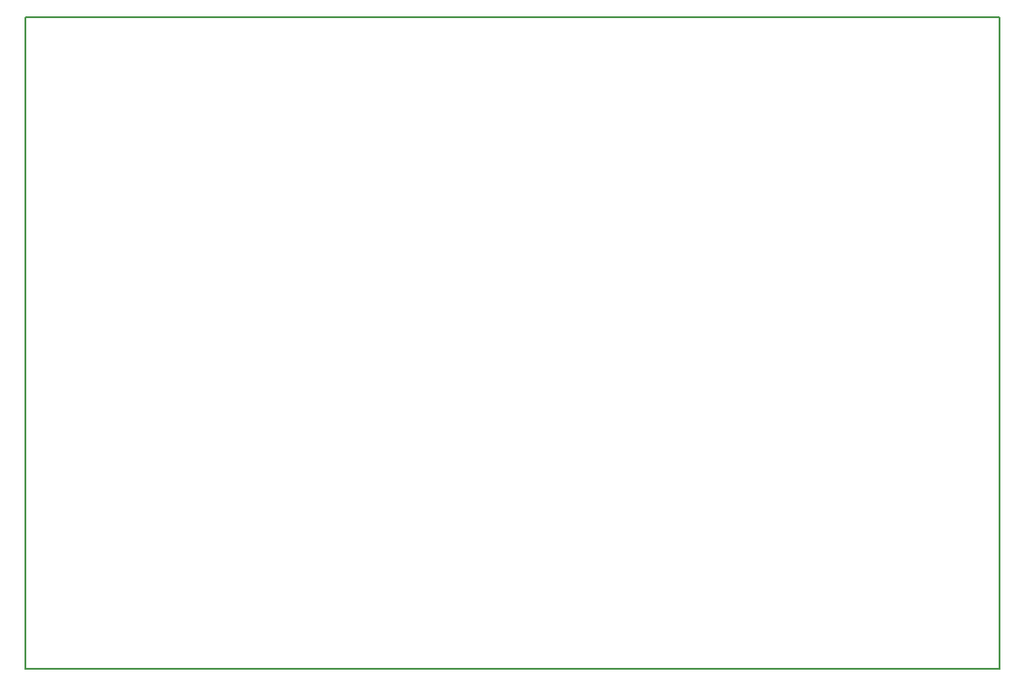
<source format=gbr>
%TF.GenerationSoftware,KiCad,Pcbnew,(6.0.0-0)*%
%TF.CreationDate,2022-10-23T23:34:44+01:00*%
%TF.ProjectId,PicoPyro,5069636f-5079-4726-9f2e-6b696361645f,rev?*%
%TF.SameCoordinates,Original*%
%TF.FileFunction,Profile,NP*%
%FSLAX46Y46*%
G04 Gerber Fmt 4.6, Leading zero omitted, Abs format (unit mm)*
G04 Created by KiCad (PCBNEW (6.0.0-0)) date 2022-10-23 23:34:44*
%MOMM*%
%LPD*%
G01*
G04 APERTURE LIST*
%TA.AperFunction,Profile*%
%ADD10C,0.150000*%
%TD*%
G04 APERTURE END LIST*
D10*
X217000000Y-58500000D02*
X126000000Y-58500000D01*
X217000000Y-119500000D02*
X217000000Y-58500000D01*
X126000000Y-119500000D02*
X217000000Y-119500000D01*
X126000000Y-58500000D02*
X126000000Y-119500000D01*
M02*

</source>
